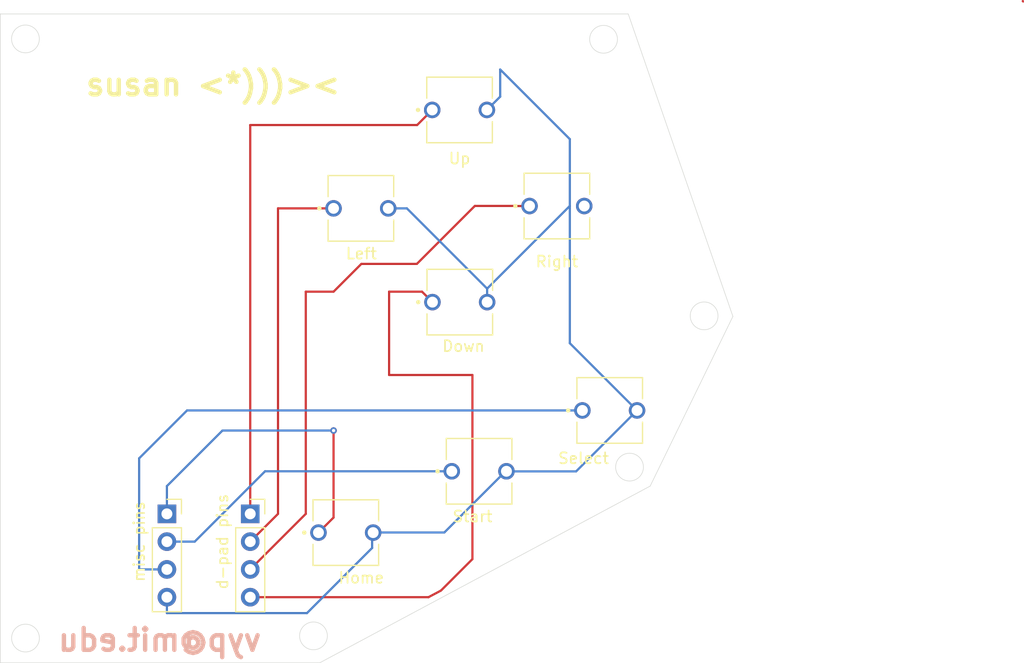
<source format=kicad_pcb>
(kicad_pcb (version 20240108) (generator "pcbnew") (generator_version "8.0")
  (layers (0 "F.Cu" signal) (31 "B.Cu" signal) (34 "B.Paste" user) (35 "F.Paste" user) (36 "B.SilkS" user "B.Silkscreen") (37 "F.SilkS" user "F.Silkscreen") (38 "B.Mask" user) (39 "F.Mask" user) (44 "Edge.Cuts" user))
  (net 0 "")
  (net 1 "/GND")
  (net 2 "/D0")
  (net 3 "/D3")
  (net 4 "/D4")
  (net 5 "/D2")
  (net 6 "/D1")
  (net 7 "/D17")
  (net 8 "/D16")
  (footprint "Downloads:SW_BUTT-2" (layer "F.Cu") (at 138.545585 102.556166)
    (property "Reference" "SW2")
    (property "Value" "Down" (at 0.338872 4.028471 0) (layer "F.SilkS"))
    (fp_line (start -3 -3) (end 3 -3) (stroke (width 0.127)) (layer "F.SilkS"))
    (fp_line (start -3 -1.075) (end -3 -3) (stroke (width 0.127)) (layer "F.SilkS"))
    (fp_line (start -3 3) (end -3 1.075) (stroke (width 0.127)) (layer "F.SilkS"))
    (fp_line (start 3 -3) (end 3 -1.075) (stroke (width 0.127)) (layer "F.SilkS"))
    (fp_line (start 3 1.075) (end 3 3) (stroke (width 0.127)) (layer "F.SilkS"))
    (fp_line (start 3 3) (end -3 3) (stroke (width 0.127)) (layer "F.SilkS"))
    (fp_circle (center -3.8 0) (end -3.7 0) (stroke (width 0.2)) (fill none) (layer "F.SilkS"))
    (pad "1" thru_hole circle (at -2.5 0) (size 1.508 1.508) (drill 1) (layers "*.Cu" "*.Mask") (net 4 "/D4"))
    (pad "2" thru_hole circle (at 2.5 0) (size 1.508 1.508) (drill 1) (layers "*.Cu" "*.Mask") (net 1 "/GND"))
  )
  (footprint "Downloads:SW_BUTT-2" (layer "F.Cu") (at 147.424783 93.767566)
    (property "Reference" "SW4")
    (property "Value" "Right" (at 0 5.08 0) (layer "F.SilkS"))
    (fp_line (start -3 -3) (end 3 -3) (stroke (width 0.127)) (layer "F.SilkS"))
    (fp_line (start -3 -1.075) (end -3 -3) (stroke (width 0.127)) (layer "F.SilkS"))
    (fp_line (start -3 3) (end -3 1.075) (stroke (width 0.127)) (layer "F.SilkS"))
    (fp_line (start 3 -3) (end 3 -1.075) (stroke (width 0.127)) (layer "F.SilkS"))
    (fp_line (start 3 1.075) (end 3 3) (stroke (width 0.127)) (layer "F.SilkS"))
    (fp_line (start 3 3) (end -3 3) (stroke (width 0.127)) (layer "F.SilkS"))
    (fp_circle (center -3.8 0) (end -3.7 0) (stroke (width 0.2)) (fill none) (layer "F.SilkS"))
    (pad "1" thru_hole circle (at -2.5 0) (size 1.508 1.508) (drill 1) (layers "*.Cu" "*.Mask") (net 3 "/D3"))
    (pad "2" thru_hole circle (at 2.5 0) (size 1.508 1.508) (drill 1) (layers "*.Cu" "*.Mask") (net 1 "/GND"))
  )
  (footprint "Connector_PinSocket_2.54mm:PinSocket_1x04_P2.54mm_Vertical" (layer "F.Cu") (at 119.38 121.92)
    (property "Reference" "J1")
    (property "Value" "d-pad pins" (at -2.54 2.54 90) (layer "F.SilkS"))
    (fp_line (start -1.33 1.27) (end -1.33 8.95) (stroke (width 0.12)) (layer "F.SilkS"))
    (fp_line (start -1.33 1.27) (end 1.33 1.27) (stroke (width 0.12)) (layer "F.SilkS"))
    (fp_line (start -1.33 8.95) (end 1.33 8.95) (stroke (width 0.12)) (layer "F.SilkS"))
    (fp_line (start 0 -1.33) (end 1.33 -1.33) (stroke (width 0.12)) (layer "F.SilkS"))
    (fp_line (start 1.33 -1.33) (end 1.33 0) (stroke (width 0.12)) (layer "F.SilkS"))
    (fp_line (start 1.33 1.27) (end 1.33 8.95) (stroke (width 0.12)) (layer "F.SilkS"))
    (pad "1" thru_hole rect (at 0 0) (size 1.7 1.7) (drill 1) (layers "*.Cu" "*.Mask") (net 2 "/D0"))
    (pad "2" thru_hole oval (at 0 2.54) (size 1.7 1.7) (drill 1) (layers "*.Cu" "*.Mask") (net 5 "/D2"))
    (pad "3" thru_hole oval (at 0 5.08) (size 1.7 1.7) (drill 1) (layers "*.Cu" "*.Mask") (net 3 "/D3"))
    (pad "4" thru_hole oval (at 0 7.62) (size 1.7 1.7) (drill 1) (layers "*.Cu" "*.Mask") (net 4 "/D4"))
  )
  (footprint "Downloads:SW_BUTT-2" (layer "F.Cu") (at 138.52398 84.978965)
    (property "Reference" "SW1")
    (property "Value" "Up" (at 0 4.445 0) (layer "F.SilkS"))
    (fp_line (start -3 -3) (end 3 -3) (stroke (width 0.127)) (layer "F.SilkS"))
    (fp_line (start -3 -1.075) (end -3 -3) (stroke (width 0.127)) (layer "F.SilkS"))
    (fp_line (start -3 3) (end -3 1.075) (stroke (width 0.127)) (layer "F.SilkS"))
    (fp_line (start 3 -3) (end 3 -1.075) (stroke (width 0.127)) (layer "F.SilkS"))
    (fp_line (start 3 1.075) (end 3 3) (stroke (width 0.127)) (layer "F.SilkS"))
    (fp_line (start 3 3) (end -3 3) (stroke (width 0.127)) (layer "F.SilkS"))
    (fp_circle (center -3.8 0) (end -3.7 0) (stroke (width 0.2)) (fill none) (layer "F.SilkS"))
    (pad "1" thru_hole circle (at -2.5 0) (size 1.508 1.508) (drill 1) (layers "*.Cu" "*.Mask") (net 2 "/D0"))
    (pad "2" thru_hole circle (at 2.5 0) (size 1.508 1.508) (drill 1) (layers "*.Cu" "*.Mask") (net 1 "/GND"))
  )
  (footprint "Connector_PinSocket_2.54mm:PinSocket_1x04_P2.54mm_Vertical" (layer "F.Cu") (at 111.76 121.92)
    (property "Reference" "J2")
    (property "Value" "misc pins" (at -2.54 2.54 90) (layer "F.SilkS"))
    (fp_line (start -1.33 1.27) (end -1.33 8.95) (stroke (width 0.12)) (layer "F.SilkS"))
    (fp_line (start -1.33 1.27) (end 1.33 1.27) (stroke (width 0.12)) (layer "F.SilkS"))
    (fp_line (start -1.33 8.95) (end 1.33 8.95) (stroke (width 0.12)) (layer "F.SilkS"))
    (fp_line (start 0 -1.33) (end 1.33 -1.33) (stroke (width 0.12)) (layer "F.SilkS"))
    (fp_line (start 1.33 -1.33) (end 1.33 0) (stroke (width 0.12)) (layer "F.SilkS"))
    (fp_line (start 1.33 1.27) (end 1.33 8.95) (stroke (width 0.12)) (layer "F.SilkS"))
    (pad "1" thru_hole rect (at 0 0) (size 1.7 1.7) (drill 1) (layers "*.Cu" "*.Mask") (net 8 "/D16"))
    (pad "2" thru_hole oval (at 0 2.54) (size 1.7 1.7) (drill 1) (layers "*.Cu" "*.Mask") (net 7 "/D17"))
    (pad "3" thru_hole oval (at 0 5.08) (size 1.7 1.7) (drill 1) (layers "*.Cu" "*.Mask") (net 6 "/D1"))
    (pad "4" thru_hole oval (at 0 7.62) (size 1.7 1.7) (drill 1) (layers "*.Cu" "*.Mask") (net 1 "/GND"))
  )
  (footprint "Downloads:SW_BUTT-2" (layer "F.Cu") (at 152.257178 112.46181)
    (property "Reference" "SW8")
    (property "Value" "Select" (at -2.397178 4.37819 0) (layer "F.SilkS"))
    (fp_line (start -3 -3) (end 3 -3) (stroke (width 0.127)) (layer "F.SilkS"))
    (fp_line (start -3 -1.075) (end -3 -3) (stroke (width 0.127)) (layer "F.SilkS"))
    (fp_line (start -3 3) (end -3 1.075) (stroke (width 0.127)) (layer "F.SilkS"))
    (fp_line (start 3 -3) (end 3 -1.075) (stroke (width 0.127)) (layer "F.SilkS"))
    (fp_line (start 3 1.075) (end 3 3) (stroke (width 0.127)) (layer "F.SilkS"))
    (fp_line (start 3 3) (end -3 3) (stroke (width 0.127)) (layer "F.SilkS"))
    (fp_circle (center -3.8 0) (end -3.7 0) (stroke (width 0.2)) (fill none) (layer "F.SilkS"))
    (pad "1" thru_hole circle (at -2.5 0) (size 1.508 1.508) (drill 1) (layers "*.Cu" "*.Mask") (net 6 "/D1"))
    (pad "2" thru_hole circle (at 2.5 0) (size 1.508 1.508) (drill 1) (layers "*.Cu" "*.Mask") (net 1 "/GND"))
  )
  (footprint "Downloads:SW_BUTT-2" (layer "F.Cu") (at 140.312219 118.026052)
    (property "Reference" "SW7")
    (property "Value" "Start" (at -0.607242 4.135 0) (layer "F.SilkS"))
    (fp_line (start -3 -3) (end 3 -3) (stroke (width 0.127)) (layer "F.SilkS"))
    (fp_line (start -3 -1.075) (end -3 -3) (stroke (width 0.127)) (layer "F.SilkS"))
    (fp_line (start -3 3) (end -3 1.075) (stroke (width 0.127)) (layer "F.SilkS"))
    (fp_line (start 3 -3) (end 3 -1.075) (stroke (width 0.127)) (layer "F.SilkS"))
    (fp_line (start 3 1.075) (end 3 3) (stroke (width 0.127)) (layer "F.SilkS"))
    (fp_line (start 3 3) (end -3 3) (stroke (width 0.127)) (layer "F.SilkS"))
    (fp_circle (center -3.8 0) (end -3.7 0) (stroke (width 0.2)) (fill none) (layer "F.SilkS"))
    (pad "1" thru_hole circle (at -2.5 0) (size 1.508 1.508) (drill 1) (layers "*.Cu" "*.Mask") (net 7 "/D17"))
    (pad "2" thru_hole circle (at 2.5 0) (size 1.508 1.508) (drill 1) (layers "*.Cu" "*.Mask") (net 1 "/GND"))
  )
  (footprint "Downloads:SW_BUTT-2" (layer "F.Cu") (at 128.121492 123.633777)
    (property "Reference" "SW6")
    (property "Value" "Home" (at 1.418508 4.135 0) (layer "F.SilkS"))
    (fp_line (start -3 -3) (end 3 -3) (stroke (width 0.127)) (layer "F.SilkS"))
    (fp_line (start -3 -1.075) (end -3 -3) (stroke (width 0.127)) (layer "F.SilkS"))
    (fp_line (start -3 3) (end -3 1.075) (stroke (width 0.127)) (layer "F.SilkS"))
    (fp_line (start 3 -3) (end 3 -1.075) (stroke (width 0.127)) (layer "F.SilkS"))
    (fp_line (start 3 1.075) (end 3 3) (stroke (width 0.127)) (layer "F.SilkS"))
    (fp_line (start 3 3) (end -3 3) (stroke (width 0.127)) (layer "F.SilkS"))
    (fp_circle (center -3.8 0) (end -3.7 0) (stroke (width 0.2)) (fill none) (layer "F.SilkS"))
    (pad "1" thru_hole circle (at -2.5 0) (size 1.508 1.508) (drill 1) (layers "*.Cu" "*.Mask") (net 8 "/D16"))
    (pad "2" thru_hole circle (at 2.5 0) (size 1.508 1.508) (drill 1) (layers "*.Cu" "*.Mask") (net 1 "/GND"))
  )
  (footprint "Downloads:SW_BUTT-2" (layer "F.Cu") (at 129.5 93.98)
    (property "Reference" "SW3")
    (property "Value" "Left" (at 0.04 4.135 0) (layer "F.SilkS"))
    (fp_line (start -3 -3) (end 3 -3) (stroke (width 0.127)) (layer "F.SilkS"))
    (fp_line (start -3 -1.075) (end -3 -3) (stroke (width 0.127)) (layer "F.SilkS"))
    (fp_line (start -3 3) (end -3 1.075) (stroke (width 0.127)) (layer "F.SilkS"))
    (fp_line (start 3 -3) (end 3 -1.075) (stroke (width 0.127)) (layer "F.SilkS"))
    (fp_line (start 3 1.075) (end 3 3) (stroke (width 0.127)) (layer "F.SilkS"))
    (fp_line (start 3 3) (end -3 3) (stroke (width 0.127)) (layer "F.SilkS"))
    (fp_circle (center -3.8 0) (end -3.7 0) (stroke (width 0.2)) (fill none) (layer "F.SilkS"))
    (pad "1" thru_hole circle (at -2.5 0) (size 1.508 1.508) (drill 1) (layers "*.Cu" "*.Mask") (net 5 "/D2"))
    (pad "2" thru_hole circle (at 2.5 0) (size 1.508 1.508) (drill 1) (layers "*.Cu" "*.Mask") (net 1 "/GND"))
  )
  (gr_circle (center 151.692914 78.517214) (end 150.422914 78.517214) (stroke (width 0.05)) (fill none) (layer "Edge.Cuts"))
  (gr_circle (center 160.891029 103.812443) (end 162.161029 103.812443) (stroke (width 0.05)) (fill none) (layer "Edge.Cuts"))
  (gr_line (start 163.522901 103.863254) (end 155.956 119.38) (stroke (width 0.05)) (layer "Edge.Cuts"))
  (gr_circle (center 154.068609 117.644556) (end 155.338609 117.644556) (stroke (width 0.05)) (fill none) (layer "Edge.Cuts"))
  (gr_line (start 125.732813 135.542849) (end 155.956 119.38) (stroke (width 0.05)) (layer "Edge.Cuts"))
  (gr_line (start 153.951329 76.2) (end 96.52 76.2) (stroke (width 0.05)) (layer "Edge.Cuts"))
  (gr_line (start 96.52 135.54) (end 125.73 135.54) (stroke (width 0.05)) (layer "Edge.Cuts"))
  (gr_circle (center 98.827065 133.278643) (end 100.097065 133.278643) (stroke (width 0.05)) (fill none) (layer "Edge.Cuts"))
  (gr_line (start 96.52 76.2) (end 96.52 135.54) (stroke (width 0.05)) (layer "Edge.Cuts"))
  (gr_circle (center 125.163181 133.07827) (end 126.433181 133.07827) (stroke (width 0.05)) (fill none) (layer "Edge.Cuts"))
  (gr_circle (center 98.822043 78.484153) (end 98.822043 79.754153) (stroke (width 0.05)) (fill none) (layer "Edge.Cuts"))
  (gr_line (start 153.951329 76.2) (end 163.522901 103.863254) (stroke (width 0.05)) (layer "Edge.Cuts"))
  (gr_text "vyp@mit.edu\n" (at 101.6 134.62 0) (layer "B.SilkS") (effects (font (size 2 2) (thickness 0.4) (bold yes)) (justify right bottom mirror)))
  (gr_text "susan <*)))><\n" (at 104.14 83.82 0) (layer "F.SilkS") (effects (font (size 2 2) (thickness 0.4) (bold yes)) (justify left bottom)))
  (segment (start 190.06708 75.06) (end 190.03181 75.02473) (width 0.2) (layer "F.Cu") (net 0))
  (segment (start 137.13211 123.622708) (end 130.52811 123.622708) (width 0.2) (layer "B.Cu") (net 1))
  (segment (start 132 93.98) (end 133.703729 93.98) (width 0.2) (layer "B.Cu") (net 1))
  (segment (start 133.703729 93.98) (end 141.045585 101.321856) (width 0.2) (layer "B.Cu") (net 1))
  (segment (start 142.24 83.762945) (end 142.24 81.28) (width 0.2) (layer "B.Cu") (net 1))
  (segment (start 148.608431 87.648431) (end 142.24 81.28) (width 0.2) (layer "B.Cu") (net 1))
  (segment (start 154.757178 112.46181) (end 149.18428 118.034708) (width 0.2) (layer "B.Cu") (net 1))
  (segment (start 130.52811 123.622708) (end 130.52811 125.037217) (width 0.2) (layer "B.Cu") (net 1))
  (segment (start 141.02398 84.978965) (end 142.24 83.762945) (width 0.2) (layer "B.Cu") (net 1))
  (segment (start 148.608431 93.75901) (end 148.608431 106.313063) (width 0.2) (layer "B.Cu") (net 1))
  (segment (start 148.608431 106.313063) (end 154.757178 112.46181) (width 0.2) (layer "B.Cu") (net 1))
  (segment (start 141.045585 101.321856) (end 148.608431 93.75901) (width 0.2) (layer "B.Cu") (net 1))
  (segment (start 142.72011 118.034708) (end 137.13211 123.622708) (width 0.2) (layer "B.Cu") (net 1))
  (segment (start 148.608431 93.75901) (end 148.608431 87.648431) (width 0.2) (layer "B.Cu") (net 1))
  (segment (start 124.569316 130.996011) (end 111.76 130.996011) (width 0.2) (layer "B.Cu") (net 1))
  (segment (start 111.76 129.54) (end 111.76 130.996011) (width 0.2) (layer "B.Cu") (net 1))
  (segment (start 130.52811 125.037217) (end 124.569316 130.996011) (width 0.2) (layer "B.Cu") (net 1))
  (segment (start 149.18428 118.034708) (end 142.72011 118.034708) (width 0.2) (layer "B.Cu") (net 1))
  (segment (start 141.045585 102.556166) (end 141.045585 101.321856) (width 0.2) (layer "B.Cu") (net 1))
  (segment (start 134.642945 86.36) (end 136.02398 84.978965) (width 0.2) (layer "F.Cu") (net 2))
  (segment (start 119.38 121.92) (end 119.38 86.36) (width 0.2) (layer "F.Cu") (net 2))
  (segment (start 119.38 86.36) (end 134.642945 86.36) (width 0.2) (layer "F.Cu") (net 2))
  (segment (start 134.62 99.06) (end 139.92099 93.75901) (width 0.2) (layer "F.Cu") (net 3))
  (segment (start 127 101.6) (end 129.54 99.06) (width 0.2) (layer "F.Cu") (net 3))
  (segment (start 143.616987 93.767566) (end 144.924783 93.767566) (width 0.2) (layer "F.Cu") (net 3))
  (segment (start 143.608431 93.75901) (end 143.616987 93.767566) (width 0.2) (layer "F.Cu") (net 3))
  (segment (start 129.54 99.06) (end 134.62 99.06) (width 0.2) (layer "F.Cu") (net 3))
  (segment (start 124.46 121.92) (end 124.46 101.6) (width 0.2) (layer "F.Cu") (net 3))
  (segment (start 139.92099 93.75901) (end 143.608431 93.75901) (width 0.2) (layer "F.Cu") (net 3))
  (segment (start 119.38 127) (end 124.46 121.92) (width 0.2) (layer "F.Cu") (net 3))
  (segment (start 124.46 101.6) (end 127 101.6) (width 0.2) (layer "F.Cu") (net 3))
  (segment (start 119.38 129.54) (end 135.685333 129.54) (width 0.2) (layer "F.Cu") (net 4))
  (segment (start 132.08 109.22) (end 132.08 101.6) (width 0.2) (layer "F.Cu") (net 4))
  (segment (start 132.08 101.6) (end 135.089419 101.6) (width 0.2) (layer "F.Cu") (net 4))
  (segment (start 135.685333 129.54) (end 136.832048 128.926756) (width 0.2) (layer "F.Cu") (net 4))
  (segment (start 139.7 109.22) (end 132.08 109.22) (width 0.2) (layer "F.Cu") (net 4))
  (segment (start 136.832048 128.926756) (end 139.7 126.058804) (width 0.2) (layer "F.Cu") (net 4))
  (segment (start 139.7 126.058804) (end 139.7 109.22) (width 0.2) (layer "F.Cu") (net 4))
  (segment (start 135.089419 101.6) (end 136.045585 102.556166) (width 0.2) (layer "F.Cu") (net 4))
  (segment (start 121.92 93.98) (end 127 93.98) (width 0.2) (layer "F.Cu") (net 5))
  (segment (start 121.92 121.92) (end 121.92 93.98) (width 0.2) (layer "F.Cu") (net 5))
  (segment (start 119.38 124.46) (end 121.92 121.92) (width 0.2) (layer "F.Cu") (net 5))
  (segment (start 109.22 127) (end 111.76 127) (width 0.2) (layer "B.Cu") (net 6))
  (segment (start 109.22 116.84) (end 109.22 127) (width 0.2) (layer "B.Cu") (net 6))
  (segment (start 149.757178 112.46181) (end 113.59819 112.46181) (width 0.2) (layer "B.Cu") (net 6))
  (segment (start 113.59819 112.46181) (end 109.22 116.84) (width 0.2) (layer "B.Cu") (net 6))
  (segment (start 114.3 124.46) (end 111.76 124.46) (width 0.2) (layer "B.Cu") (net 7))
  (segment (start 137.812219 118.026052) (end 120.733948 118.026052) (width 0.2) (layer "B.Cu") (net 7))
  (segment (start 120.733948 118.026052) (end 114.3 124.46) (width 0.2) (layer "B.Cu") (net 7))
  (segment (start 127 114.3) (end 127 122.255269) (width 0.2) (layer "F.Cu") (net 8))
  (segment (start 127 122.255269) (end 125.621492 123.633777) (width 0.2) (layer "F.Cu") (net 8))
  (via (at 127 114.3) (size 0.6) (drill 0.3) (layers "F.Cu" "B.Cu") (net 8))
  (segment (start 111.76 119.38) (end 116.84 114.3) (width 0.2) (layer "B.Cu") (net 8))
  (segment (start 116.84 114.3) (end 119.38 114.3) (width 0.2) (layer "B.Cu") (net 8))
  (segment (start 119.38 114.3) (end 127 114.3) (width 0.2) (layer "B.Cu") (net 8))
  (segment (start 111.76 121.92) (end 111.76 119.38) (width 0.2) (layer "B.Cu") (net 8))
)
</source>
